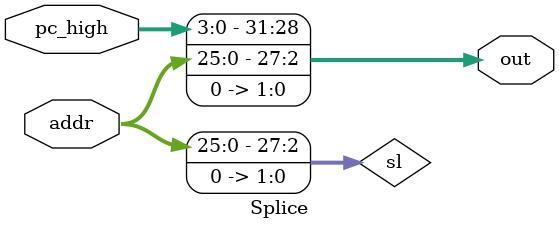
<source format=v>
`timescale 1ns / 1ps


module Splice(pc_high, addr, out);
    input[3:0] pc_high;
    input[25:0] addr;
    output[31:0] out;
    reg[27:0] sl;
    always @(addr)
        sl = (addr << 2);
    assign out[31:0]={pc_high[3:0],sl[27:0]};
endmodule

</source>
